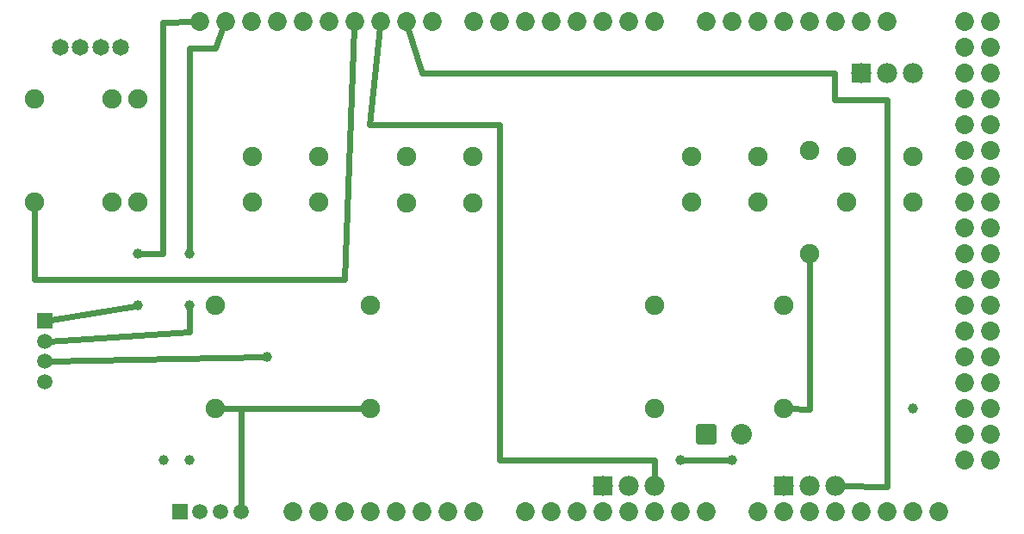
<source format=gbl>
G04 MADE WITH FRITZING*
G04 WWW.FRITZING.ORG*
G04 DOUBLE SIDED*
G04 HOLES PLATED*
G04 CONTOUR ON CENTER OF CONTOUR VECTOR*
%ASAXBY*%
%FSLAX23Y23*%
%MOIN*%
%OFA0B0*%
%SFA1.0B1.0*%
%ADD10C,0.072917*%
%ADD11C,0.075000*%
%ADD12C,0.078000*%
%ADD13C,0.039370*%
%ADD14C,0.080000*%
%ADD15C,0.059200*%
%ADD16C,0.065000*%
%ADD17R,0.078000X0.078000*%
%ADD18R,0.059200X0.059200*%
%ADD19C,0.024000*%
%ADD20C,0.020000*%
%LNCOPPER0*%
G90*
G70*
G54D10*
X3017Y105D03*
X1417Y105D03*
X3117Y105D03*
X3217Y105D03*
X3317Y105D03*
X3417Y105D03*
X3717Y1505D03*
X3517Y105D03*
X3617Y105D03*
X1457Y2005D03*
X2017Y105D03*
X2117Y105D03*
X2217Y105D03*
X2317Y105D03*
X3717Y705D03*
X2417Y105D03*
X2517Y105D03*
X2617Y105D03*
X2717Y105D03*
X2217Y2005D03*
X3717Y1905D03*
X3717Y1105D03*
X3717Y305D03*
X1057Y2005D03*
X1817Y105D03*
X1817Y2005D03*
X3717Y1705D03*
X3717Y1305D03*
X3717Y905D03*
X3417Y2005D03*
X3717Y505D03*
X3317Y2005D03*
X3217Y2005D03*
X3117Y2005D03*
X3017Y2005D03*
X2917Y2005D03*
X2817Y2005D03*
X2717Y2005D03*
X857Y2005D03*
X1257Y2005D03*
X1657Y2005D03*
X1217Y105D03*
X1617Y105D03*
X2417Y2005D03*
X2017Y2005D03*
X3717Y2005D03*
X3717Y1805D03*
X3717Y1605D03*
X3717Y1405D03*
X3717Y1205D03*
X3717Y1005D03*
X3717Y805D03*
X3717Y605D03*
X3717Y405D03*
X757Y2005D03*
X957Y2005D03*
X1157Y2005D03*
X1357Y2005D03*
X1557Y2005D03*
X1117Y105D03*
X1317Y105D03*
X1517Y105D03*
X1717Y105D03*
X2517Y2005D03*
X2317Y2005D03*
X2117Y2005D03*
X1917Y2005D03*
X3817Y2005D03*
X3817Y1905D03*
X3817Y1805D03*
X3817Y1705D03*
X3817Y1605D03*
X3817Y1505D03*
X3817Y1405D03*
X3817Y1305D03*
X3817Y1205D03*
X3817Y1105D03*
X3817Y1005D03*
X3817Y905D03*
X3817Y805D03*
X3817Y705D03*
X3817Y605D03*
X3817Y505D03*
X3817Y405D03*
X3817Y305D03*
X2917Y105D03*
G54D11*
X117Y1305D03*
X117Y1705D03*
X417Y1305D03*
X417Y1705D03*
X517Y1305D03*
X517Y1705D03*
X817Y505D03*
X817Y905D03*
G54D12*
X3317Y1805D03*
X3417Y1805D03*
X3517Y1805D03*
G54D11*
X3117Y1105D03*
X3117Y1505D03*
X1816Y1304D03*
X1560Y1304D03*
X1816Y1481D03*
X1560Y1481D03*
G54D13*
X3517Y505D03*
G54D14*
X2717Y405D03*
X2855Y405D03*
G54D12*
X2317Y205D03*
X2417Y205D03*
X2517Y205D03*
X3017Y205D03*
X3117Y205D03*
X3217Y205D03*
G54D13*
X2617Y305D03*
X2817Y305D03*
G54D15*
X157Y845D03*
X157Y609D03*
X157Y688D03*
X157Y766D03*
G54D13*
X1017Y705D03*
X517Y1105D03*
X517Y905D03*
X717Y1105D03*
X717Y905D03*
X617Y305D03*
X717Y305D03*
G54D11*
X1217Y1305D03*
X961Y1305D03*
X1217Y1482D03*
X961Y1482D03*
X2917Y1305D03*
X2661Y1305D03*
X2917Y1482D03*
X2661Y1482D03*
X3517Y1305D03*
X3261Y1305D03*
X3517Y1482D03*
X3261Y1482D03*
X2517Y505D03*
X2517Y905D03*
X3017Y505D03*
X3017Y905D03*
X1417Y505D03*
X1417Y905D03*
G54D16*
X217Y1905D03*
X296Y1905D03*
X374Y1905D03*
X453Y1905D03*
G54D15*
X681Y105D03*
X917Y105D03*
X838Y105D03*
X759Y105D03*
G54D17*
X3317Y1805D03*
X2317Y205D03*
X3017Y205D03*
G54D18*
X157Y845D03*
X681Y105D03*
G54D19*
X1317Y1006D02*
X1356Y1986D01*
D02*
X118Y1006D02*
X1317Y1006D01*
D02*
X117Y1287D02*
X118Y1006D01*
D02*
X3118Y504D02*
X3117Y1087D01*
D02*
X3034Y505D02*
X3118Y504D01*
D02*
X917Y505D02*
X1399Y505D01*
D02*
X834Y505D02*
X917Y505D01*
D02*
X2809Y305D02*
X2625Y305D01*
D02*
X1009Y705D02*
X173Y688D01*
D02*
X616Y2004D02*
X738Y2005D01*
D02*
X525Y1105D02*
X616Y1106D01*
D02*
X616Y1106D02*
X616Y2004D01*
D02*
X818Y1904D02*
X850Y1987D01*
D02*
X717Y1113D02*
X718Y1904D01*
D02*
X718Y1904D02*
X818Y1904D01*
D02*
X181Y849D02*
X509Y904D01*
D02*
X718Y804D02*
X173Y767D01*
D02*
X717Y897D02*
X718Y804D01*
D02*
X1917Y306D02*
X2418Y306D01*
D02*
X2418Y306D02*
X2517Y306D01*
D02*
X1416Y1605D02*
X1917Y1605D01*
D02*
X1455Y1986D02*
X1416Y1605D01*
D02*
X1917Y1605D02*
X1917Y306D01*
D02*
X2517Y306D02*
X2517Y224D01*
D02*
X3417Y204D02*
X3417Y1704D01*
D02*
X3216Y1806D02*
X1617Y1806D01*
D02*
X3417Y1704D02*
X3216Y1704D01*
D02*
X3236Y205D02*
X3417Y204D01*
D02*
X1617Y1806D02*
X1562Y1987D01*
D02*
X3216Y1704D02*
X3216Y1806D01*
D02*
X917Y505D02*
X917Y121D01*
G54D20*
X2687Y435D02*
X2747Y435D01*
X2747Y375D01*
X2687Y375D01*
X2687Y435D01*
D02*
G04 End of Copper0*
M02*
</source>
